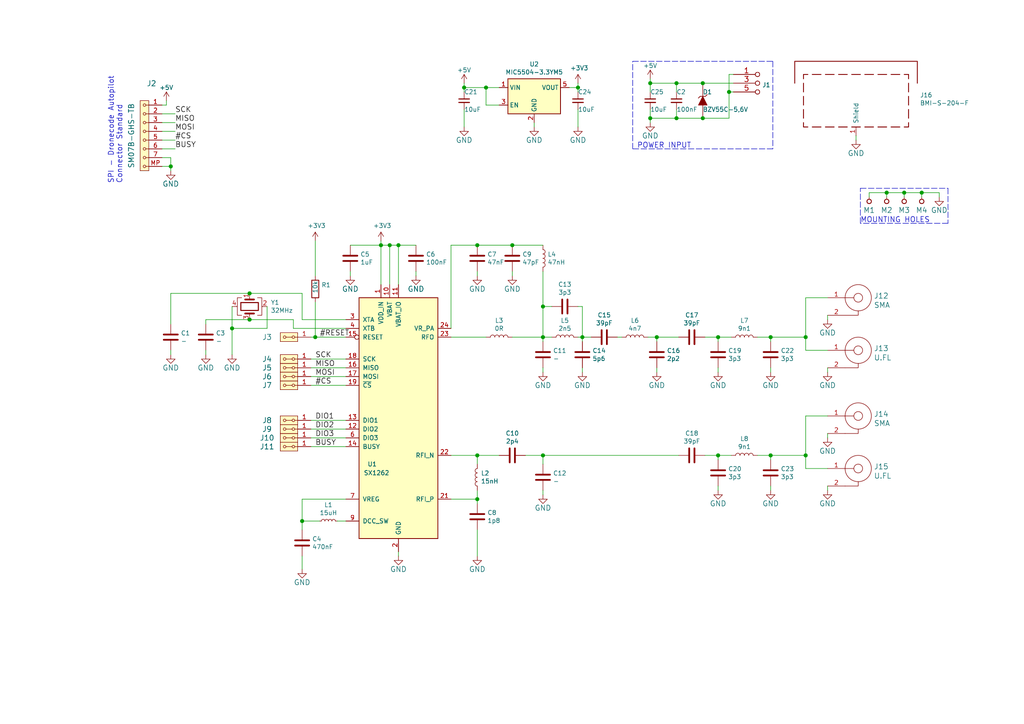
<source format=kicad_sch>
(kicad_sch (version 20210126) (generator eeschema)
  (paper "A4")
  (title_block (title "TFLORA01A") (date "%F") (company "ThunderFly s.r.o.") (comment 2 "LoRa telemetry  module") (comment 3 "info@mlab.cz") (comment 4 "GPL 3.0") (comment 6 "jacho,cernohorsky"))
  (lib_symbols
    (symbol "ISM02A-rescue:C-Device-ISM02A-rescue" (pin_numbers hide) (pin_names (offset 0.254))
      (property "Reference" "C" (at 0.635 2.54 0))
      (property "Value" "C-Device-ISM02A-rescue" (at 0.635 -2.54 0))
      (symbol "C-Device-ISM02A-rescue_1_1"
        (pin passive line (at 0 3.81 270) (length 2.794) (name "~") (number "1"))
        (pin passive line (at 0 -3.81 90) (length 2.794) (name "~") (number "2"))
      )
    )
    (symbol "ISM02A-rescue:C_Small-Device-ISM02A-rescue" (pin_numbers hide) (pin_names (offset 0.254) hide)
      (property "Reference" "C" (at 0.254 1.778 0))
      (property "Value" "C_Small-Device-ISM02A-rescue" (at 0.254 -2.032 0))
      (symbol "C_Small-Device-ISM02A-rescue_1_1"
        (pin passive line (at 0 2.54 270) (length 2.032) (name "~") (number "1"))
        (pin passive line (at 0 -2.54 90) (length 2.032) (name "~") (number "2"))
      )
    )
    (symbol "ISM02A-rescue:Crystal_GND24-Device-ISM02A-rescue" (pin_names (offset 1.016) hide)
      (property "Reference" "Y" (at 3.175 5.08 0))
      (property "Value" "Crystal_GND24-Device-ISM02A-rescue" (at 3.175 3.175 0))
      (symbol "Crystal_GND24-Device-ISM02A-rescue_1_1"
        (pin passive line (at -3.81 0 0) (length 1.27) (name "1") (number "1"))
        (pin passive line (at 0 5.08 270) (length 1.27) (name "2") (number "2"))
        (pin passive line (at 3.81 0 180) (length 1.27) (name "3") (number "3"))
        (pin passive line (at 0 -5.08 90) (length 1.27) (name "4") (number "4"))
      )
    )
    (symbol "ISM02A-rescue:D_ZENER-MLAB_D" (pin_numbers hide) (pin_names (offset 1.016) hide)
      (property "Reference" "D" (at 0 2.54 0))
      (property "Value" "D_ZENER-MLAB_D" (at 0 -2.54 0))
      (symbol "D_ZENER-MLAB_D_1_1"
        (pin passive line (at -5.08 0 0) (length 3.81) (name "K") (number "1"))
        (pin passive line (at 5.08 0 180) (length 3.81) (name "A") (number "2"))
      )
    )
    (symbol "ISM02A-rescue:HEADER_2x01_PARALLEL-MLAB_HEADER" (pin_names (offset 1.016))
      (property "Reference" "J" (at 0 -2.54 0))
      (property "Value" "HEADER_2x01_PARALLEL-MLAB_HEADER" (at 0 2.54 0))
      (symbol "HEADER_2x01_PARALLEL-MLAB_HEADER_1_1"
        (pin input line (at -6.35 0 0) (length 3.81) (name "~") (number "1"))
        (pin input line (at -6.35 0 0) (length 3.81) hide (name "~") (number "2"))
      )
    )
    (symbol "ISM02A-rescue:HOLE-MLAB_MECHANICAL" (pin_numbers hide) (pin_names (offset 1.016) hide)
      (property "Reference" "M" (at 0 2.54 0))
      (property "Value" "HOLE-MLAB_MECHANICAL" (at 0 -2.54 0))
      (symbol "HOLE-MLAB_MECHANICAL_1_1"
        (pin input line (at 1.27 0 180) (length 0.635) (name "~") (number "1"))
      )
    )
    (symbol "ISM02A-rescue:JUMP_3X2-MLAB_Jumpers" (pin_names (offset 1.016) hide)
      (property "Reference" "J" (at -8.89 5.08 0))
      (symbol "JUMP_3X2-MLAB_Jumpers_1_1"
        (pin passive inverted (at -10.16 3.81 0) (length 7.62) (name "2") (number "1"))
        (pin passive inverted (at -10.16 3.81 0) (length 7.62) hide (name "2") (number "2"))
        (pin passive inverted (at -10.16 1.27 0) (length 7.62) (name "4") (number "3"))
        (pin passive inverted (at -10.16 1.27 0) (length 7.62) hide (name "4") (number "4"))
        (pin passive inverted (at -10.16 -1.27 0) (length 7.62) (name "6") (number "5"))
        (pin passive inverted (at -10.16 -1.27 0) (length 7.62) hide (name "6") (number "6"))
      )
    )
    (symbol "ISM02A-rescue:L-Device-ISM02A-rescue" (pin_numbers hide) (pin_names (offset 1.016) hide)
      (property "Reference" "L" (at -1.27 0 90))
      (property "Value" "L-Device-ISM02A-rescue" (at 1.905 0 90))
      (symbol "L-Device-ISM02A-rescue_1_1"
        (pin passive line (at 0 3.81 270) (length 1.27) (name "1") (number "1"))
        (pin passive line (at 0 -3.81 90) (length 1.27) (name "2") (number "2"))
      )
    )
    (symbol "ISM02A-rescue:L_Small-Device-ISM02A-rescue" (pin_numbers hide) (pin_names (offset 0.254) hide)
      (property "Reference" "L" (at 0.762 1.016 0))
      (property "Value" "L_Small-Device-ISM02A-rescue" (at 0.762 -1.016 0))
      (symbol "L_Small-Device-ISM02A-rescue_1_1"
        (pin passive line (at 0 2.54 270) (length 0.508) (name "~") (number "1"))
        (pin passive line (at 0 -2.54 90) (length 0.508) (name "~") (number "2"))
      )
    )
    (symbol "ISM02A-rescue:MIC5504-3.3YM5-Regulator_Linear-ISM02A-rescue"
      (property "Reference" "U" (at -7.62 8.89 0))
      (property "Value" "MIC5504-3.3YM5-Regulator_Linear-ISM02A-rescue" (at -7.62 6.35 0))
      (symbol "MIC5504-3.3YM5-Regulator_Linear-ISM02A-rescue_1_1"
        (pin power_in line (at -10.16 2.54 0) (length 2.54) (name "VIN") (number "1"))
        (pin power_in line (at 0 -7.62 90) (length 2.54) (name "GND") (number "2"))
        (pin input line (at -10.16 -2.54 0) (length 2.54) (name "EN") (number "3"))
        (pin no_connect line (at 7.62 -2.54 180) (length 2.54) hide (name "NC") (number "4"))
        (pin power_out line (at 10.16 2.54 180) (length 2.54) (name "VOUT") (number "5"))
      )
    )
    (symbol "ISM02A-rescue:R-Device-ISM02A-rescue" (pin_numbers hide) (pin_names (offset 0))
      (property "Reference" "R" (at 2.032 0 90))
      (property "Value" "R-Device-ISM02A-rescue" (at 0 0 90))
      (symbol "R-Device-ISM02A-rescue_1_1"
        (pin passive line (at 0 3.81 270) (length 1.27) (name "~") (number "1"))
        (pin passive line (at 0 -3.81 90) (length 1.27) (name "~") (number "2"))
      )
    )
    (symbol "ISM02A-rescue:RF_Shield_Two_Pieces-device" (pin_names (offset 1.016))
      (property "Reference" "J" (at 0 5.08 0))
      (property "Value" "RF_Shield_Two_Pieces-device" (at 0 2.54 0))
      (symbol "RF_Shield_Two_Pieces-device_1_1"
        (pin passive line (at 0 -10.16 90) (length 2.54) (name "Shield") (number "1"))
      )
    )
    (symbol "ISM02A-rescue:SM07B-GHS-TB-MLAB_CONNECTORS_JST-ISM02A-rescue" (pin_names (offset 1.016))
      (property "Reference" "J" (at 0 -11.43 0))
      (property "Value" "SM07B-GHS-TB-MLAB_CONNECTORS_JST-ISM02A-rescue" (at 0 11.43 0))
      (symbol "SM07B-GHS-TB-MLAB_CONNECTORS_JST-ISM02A-rescue_1_1"
        (pin input line (at -5.08 8.89 0) (length 3.81) (name "~") (number "1"))
        (pin input line (at -5.08 6.35 0) (length 3.81) (name "~") (number "2"))
        (pin input line (at -5.08 3.81 0) (length 3.81) (name "~") (number "3"))
        (pin input line (at -5.08 1.27 0) (length 3.81) (name "~") (number "4"))
        (pin input line (at -5.08 -1.27 0) (length 3.81) (name "~") (number "5"))
        (pin input line (at -5.08 -3.81 0) (length 3.81) (name "~") (number "6"))
        (pin input line (at -5.08 -6.35 0) (length 3.81) (name "~") (number "7"))
        (pin input line (at -5.08 -8.89 0) (length 3.81) (name "~") (number "MP"))
      )
    )
    (symbol "ISM02A-rescue:SMA-MLAB_CONNECTORS" (pin_names (offset 1.016))
      (property "Reference" "J" (at 0 5.08 0))
      (property "Value" "SMA-MLAB_CONNECTORS" (at 3.81 -5.08 0))
      (symbol "SMA-MLAB_CONNECTORS_1_1"
        (pin unspecified line (at -8.89 0 0) (length 5.08) (name "~") (number "1"))
        (pin unspecified line (at -8.89 -5.08 0) (length 5.08) (name "~") (number "2"))
      )
    )
    (symbol "ISM02A-rescue:SX1262-MLAB_IO-ISM02A-rescue" (pin_names (offset 1.016))
      (property "Reference" "U" (at -15.24 25.4 0))
      (property "Value" "SX1262-MLAB_IO-ISM02A-rescue" (at -15.24 22.86 0))
      (symbol "SX1262-MLAB_IO-ISM02A-rescue_1_1"
        (pin power_in line (at -5.08 25.4 270) (length 3.81) (name "VDD_IN") (number "1"))
        (pin power_in line (at -2.54 25.4 270) (length 3.81) (name "VBAT") (number "10"))
        (pin power_in line (at 0 25.4 270) (length 3.81) (name "VBAT_IO") (number "11"))
        (pin bidirectional line (at -15.24 -16.51 0) (length 3.81) (name "DIO2") (number "12"))
        (pin bidirectional line (at -15.24 -13.97 0) (length 3.81) (name "DIO1") (number "13"))
        (pin passive line (at -15.24 -21.59 0) (length 3.81) (name "BUSY") (number "14"))
        (pin input inverted (at -15.24 10.16 0) (length 3.81) (name "RESET") (number "15"))
        (pin output line (at -15.24 1.27 0) (length 3.81) (name "MISO") (number "16"))
        (pin input line (at -15.24 -1.27 0) (length 3.81) (name "MOSI") (number "17"))
        (pin input line (at -15.24 3.81 0) (length 3.81) (name "SCK") (number "18"))
        (pin input line (at -15.24 -3.81 0) (length 3.81) (name "~CS~") (number "19"))
        (pin power_in line (at 0 -52.07 90) (length 3.81) (name "GND") (number "2"))
        (pin passive line (at 0 -52.07 90) (length 3.81) hide (name "GND") (number "20"))
        (pin input line (at 15.24 -36.83 180) (length 3.81) (name "RFI_P") (number "21"))
        (pin input line (at 15.24 -24.13 180) (length 3.81) (name "RFI_N") (number "22"))
        (pin output line (at 15.24 10.16 180) (length 3.81) (name "RFO") (number "23"))
        (pin unspecified line (at 15.24 12.7 180) (length 3.81) (name "VR_PA") (number "24"))
        (pin power_in line (at 0 -52.07 90) (length 3.81) hide (name "GND") (number "25"))
        (pin bidirectional line (at -15.24 15.24 0) (length 3.81) (name "XTA") (number "3"))
        (pin bidirectional line (at -15.24 12.7 0) (length 3.81) (name "XTB") (number "4"))
        (pin passive line (at 0 -52.07 90) (length 3.81) hide (name "GND") (number "5"))
        (pin bidirectional line (at -15.24 -19.05 0) (length 3.81) (name "DIO3") (number "6"))
        (pin passive line (at -15.24 -36.83 0) (length 3.81) (name "VREG") (number "7"))
        (pin passive line (at 0 -52.07 90) (length 3.81) hide (name "GND") (number "8"))
        (pin passive line (at -15.24 -43.18 0) (length 3.81) (name "DCC_SW") (number "9"))
      )
    )
    (symbol "power:+3.3V" (power) (pin_names (offset 0))
      (property "Value" "+3.3V" (at 0 3.556 0))
      (symbol "+3.3V_1_1"
        (pin power_in line (at 0 0 90) (length 0) hide (name "+3V3") (number "1"))
      )
    )
    (symbol "power:+5V" (power) (pin_names (offset 0))
      (property "Value" "+5V" (at 0 3.556 0))
      (symbol "+5V_1_1"
        (pin power_in line (at 0 0 90) (length 0) hide (name "+5V") (number "1"))
      )
    )
    (symbol "power:GND" (power) (pin_names (offset 0))
      (property "Value" "GND" (at 0 -3.81 0))
      (symbol "GND_1_1"
        (pin power_in line (at 0 0 270) (length 0) hide (name "GND") (number "1"))
      )
    )
  )
  (junction (at 49.53 48.26) (diameter 1.016))
  (junction (at 67.31 95.25) (diameter 1.016))
  (junction (at 72.39 85.09) (diameter 1.016))
  (junction (at 72.39 92.71) (diameter 1.016))
  (junction (at 87.63 151.13) (diameter 1.016))
  (junction (at 91.44 97.79) (diameter 1.016))
  (junction (at 110.49 71.12) (diameter 1.016))
  (junction (at 113.03 71.12) (diameter 1.016))
  (junction (at 115.57 71.12) (diameter 1.016))
  (junction (at 134.62 25.4) (diameter 1.016))
  (junction (at 138.43 71.12) (diameter 1.016))
  (junction (at 138.43 132.08) (diameter 1.016))
  (junction (at 138.43 144.78) (diameter 1.016))
  (junction (at 140.97 25.4) (diameter 1.016))
  (junction (at 148.59 71.12) (diameter 1.016))
  (junction (at 157.48 88.9) (diameter 1.016))
  (junction (at 157.48 97.79) (diameter 1.016))
  (junction (at 157.48 132.08) (diameter 1.016))
  (junction (at 167.64 25.4) (diameter 1.016))
  (junction (at 168.91 97.79) (diameter 1.016))
  (junction (at 188.595 24.13) (diameter 1.016))
  (junction (at 188.595 34.29) (diameter 1.016))
  (junction (at 190.5 97.79) (diameter 1.016))
  (junction (at 196.215 24.13) (diameter 1.016))
  (junction (at 196.215 34.29) (diameter 1.016))
  (junction (at 203.835 24.13) (diameter 1.016))
  (junction (at 203.835 34.29) (diameter 1.016))
  (junction (at 208.28 97.79) (diameter 1.016))
  (junction (at 208.28 132.08) (diameter 1.016))
  (junction (at 211.455 26.67) (diameter 1.016))
  (junction (at 223.52 97.79) (diameter 1.016))
  (junction (at 223.52 132.08) (diameter 1.016))
  (junction (at 233.68 97.79) (diameter 1.016))
  (junction (at 233.68 132.08) (diameter 1.016))
  (junction (at 257.175 55.88) (diameter 1.016))
  (junction (at 262.255 55.88) (diameter 1.016))
  (junction (at 267.335 55.88) (diameter 1.016))
  (wire (pts (xy 46.99 30.48) (xy 48.26 30.48)))
  (wire (pts (xy 46.99 33.02) (xy 50.8 33.02)))
  (wire (pts (xy 46.99 35.56) (xy 50.8 35.56)))
  (wire (pts (xy 46.99 38.1) (xy 50.8 38.1)))
  (wire (pts (xy 46.99 40.64) (xy 50.8 40.64)))
  (wire (pts (xy 46.99 43.18) (xy 50.8 43.18)))
  (wire (pts (xy 46.99 45.72) (xy 49.53 45.72)))
  (wire (pts (xy 46.99 48.26) (xy 49.53 48.26)))
  (wire (pts (xy 48.26 30.48) (xy 48.26 29.21)))
  (wire (pts (xy 49.53 45.72) (xy 49.53 48.26)))
  (wire (pts (xy 49.53 48.26) (xy 49.53 49.53)))
  (wire (pts (xy 49.53 85.09) (xy 49.53 93.98)))
  (wire (pts (xy 49.53 85.09) (xy 72.39 85.09)))
  (wire (pts (xy 49.53 101.6) (xy 49.53 102.87)))
  (wire (pts (xy 59.69 92.71) (xy 59.69 93.98)))
  (wire (pts (xy 59.69 92.71) (xy 72.39 92.71)))
  (wire (pts (xy 59.69 101.6) (xy 59.69 102.87)))
  (wire (pts (xy 67.31 88.9) (xy 67.31 95.25)))
  (wire (pts (xy 67.31 95.25) (xy 67.31 102.87)))
  (wire (pts (xy 72.39 85.09) (xy 87.63 85.09)))
  (wire (pts (xy 72.39 92.71) (xy 85.09 92.71)))
  (wire (pts (xy 77.47 88.9) (xy 77.47 95.25)))
  (wire (pts (xy 77.47 95.25) (xy 67.31 95.25)))
  (wire (pts (xy 85.09 92.71) (xy 85.09 95.25)))
  (wire (pts (xy 85.09 95.25) (xy 100.33 95.25)))
  (wire (pts (xy 87.63 92.71) (xy 87.63 85.09)))
  (wire (pts (xy 87.63 144.78) (xy 87.63 151.13)))
  (wire (pts (xy 87.63 151.13) (xy 87.63 153.67)))
  (wire (pts (xy 87.63 161.29) (xy 87.63 165.1)))
  (wire (pts (xy 90.17 97.79) (xy 91.44 97.79)))
  (wire (pts (xy 90.17 104.14) (xy 100.33 104.14)))
  (wire (pts (xy 90.17 106.68) (xy 100.33 106.68)))
  (wire (pts (xy 90.17 109.22) (xy 100.33 109.22)))
  (wire (pts (xy 90.17 111.76) (xy 100.33 111.76)))
  (wire (pts (xy 90.17 121.92) (xy 100.33 121.92)))
  (wire (pts (xy 90.17 124.46) (xy 100.33 124.46)))
  (wire (pts (xy 90.17 127) (xy 100.33 127)))
  (wire (pts (xy 90.17 129.54) (xy 100.33 129.54)))
  (wire (pts (xy 91.44 69.85) (xy 91.44 80.01)))
  (wire (pts (xy 91.44 87.63) (xy 91.44 97.79)))
  (wire (pts (xy 91.44 97.79) (xy 100.33 97.79)))
  (wire (pts (xy 92.71 151.13) (xy 87.63 151.13)))
  (wire (pts (xy 100.33 92.71) (xy 87.63 92.71)))
  (wire (pts (xy 100.33 144.78) (xy 87.63 144.78)))
  (wire (pts (xy 100.33 151.13) (xy 97.79 151.13)))
  (wire (pts (xy 101.6 71.12) (xy 110.49 71.12)))
  (wire (pts (xy 101.6 78.74) (xy 101.6 80.01)))
  (wire (pts (xy 110.49 69.85) (xy 110.49 71.12)))
  (wire (pts (xy 110.49 71.12) (xy 110.49 82.55)))
  (wire (pts (xy 110.49 71.12) (xy 113.03 71.12)))
  (wire (pts (xy 113.03 71.12) (xy 113.03 82.55)))
  (wire (pts (xy 113.03 71.12) (xy 115.57 71.12)))
  (wire (pts (xy 115.57 71.12) (xy 115.57 82.55)))
  (wire (pts (xy 115.57 71.12) (xy 120.65 71.12)))
  (wire (pts (xy 115.57 160.02) (xy 115.57 161.29)))
  (wire (pts (xy 120.65 78.74) (xy 120.65 80.01)))
  (wire (pts (xy 130.81 71.12) (xy 138.43 71.12)))
  (wire (pts (xy 130.81 95.25) (xy 130.81 71.12)))
  (wire (pts (xy 130.81 97.79) (xy 140.97 97.79)))
  (wire (pts (xy 130.81 132.08) (xy 138.43 132.08)))
  (wire (pts (xy 130.81 144.78) (xy 138.43 144.78)))
  (wire (pts (xy 134.62 24.13) (xy 134.62 25.4)))
  (wire (pts (xy 134.62 25.4) (xy 134.62 26.67)))
  (wire (pts (xy 134.62 31.75) (xy 134.62 36.83)))
  (wire (pts (xy 138.43 71.12) (xy 148.59 71.12)))
  (wire (pts (xy 138.43 78.74) (xy 138.43 80.01)))
  (wire (pts (xy 138.43 132.08) (xy 144.78 132.08)))
  (wire (pts (xy 138.43 134.62) (xy 138.43 132.08)))
  (wire (pts (xy 138.43 144.78) (xy 138.43 142.24)))
  (wire (pts (xy 138.43 144.78) (xy 138.43 146.05)))
  (wire (pts (xy 138.43 153.67) (xy 138.43 161.29)))
  (wire (pts (xy 140.97 25.4) (xy 134.62 25.4)))
  (wire (pts (xy 140.97 25.4) (xy 144.78 25.4)))
  (wire (pts (xy 140.97 30.48) (xy 140.97 25.4)))
  (wire (pts (xy 144.78 30.48) (xy 140.97 30.48)))
  (wire (pts (xy 148.59 71.12) (xy 157.48 71.12)))
  (wire (pts (xy 148.59 78.74) (xy 148.59 80.01)))
  (wire (pts (xy 152.4 132.08) (xy 157.48 132.08)))
  (wire (pts (xy 154.94 35.56) (xy 154.94 36.83)))
  (wire (pts (xy 157.48 78.74) (xy 157.48 88.9)))
  (wire (pts (xy 157.48 88.9) (xy 157.48 97.79)))
  (wire (pts (xy 157.48 88.9) (xy 160.02 88.9)))
  (wire (pts (xy 157.48 97.79) (xy 148.59 97.79)))
  (wire (pts (xy 157.48 97.79) (xy 157.48 99.06)))
  (wire (pts (xy 157.48 97.79) (xy 160.02 97.79)))
  (wire (pts (xy 157.48 106.68) (xy 157.48 107.95)))
  (wire (pts (xy 157.48 132.08) (xy 157.48 134.62)))
  (wire (pts (xy 157.48 132.08) (xy 196.85 132.08)))
  (wire (pts (xy 157.48 142.24) (xy 157.48 143.51)))
  (wire (pts (xy 165.1 25.4) (xy 167.64 25.4)))
  (wire (pts (xy 167.64 25.4) (xy 167.64 24.13)))
  (wire (pts (xy 167.64 26.67) (xy 167.64 25.4)))
  (wire (pts (xy 167.64 31.75) (xy 167.64 36.83)))
  (wire (pts (xy 167.64 88.9) (xy 168.91 88.9)))
  (wire (pts (xy 167.64 97.79) (xy 168.91 97.79)))
  (wire (pts (xy 168.91 88.9) (xy 168.91 97.79)))
  (wire (pts (xy 168.91 97.79) (xy 168.91 99.06)))
  (wire (pts (xy 168.91 97.79) (xy 171.45 97.79)))
  (wire (pts (xy 168.91 106.68) (xy 168.91 107.95)))
  (wire (pts (xy 179.07 97.79) (xy 180.34 97.79)))
  (wire (pts (xy 187.96 97.79) (xy 190.5 97.79)))
  (wire (pts (xy 188.595 22.86) (xy 188.595 24.13)))
  (wire (pts (xy 188.595 24.13) (xy 188.595 26.67)))
  (wire (pts (xy 188.595 31.75) (xy 188.595 34.29)))
  (wire (pts (xy 188.595 34.29) (xy 188.595 35.56)))
  (wire (pts (xy 190.5 97.79) (xy 196.85 97.79)))
  (wire (pts (xy 190.5 99.06) (xy 190.5 97.79)))
  (wire (pts (xy 190.5 106.68) (xy 190.5 107.95)))
  (wire (pts (xy 196.215 24.13) (xy 188.595 24.13)))
  (wire (pts (xy 196.215 24.13) (xy 196.215 26.67)))
  (wire (pts (xy 196.215 31.75) (xy 196.215 34.29)))
  (wire (pts (xy 196.215 34.29) (xy 188.595 34.29)))
  (wire (pts (xy 196.215 34.29) (xy 203.835 34.29)))
  (wire (pts (xy 203.835 24.13) (xy 196.215 24.13)))
  (wire (pts (xy 203.835 24.13) (xy 212.725 24.13)))
  (wire (pts (xy 203.835 34.29) (xy 211.455 34.29)))
  (wire (pts (xy 204.47 97.79) (xy 208.28 97.79)))
  (wire (pts (xy 204.47 132.08) (xy 208.28 132.08)))
  (wire (pts (xy 208.28 97.79) (xy 212.09 97.79)))
  (wire (pts (xy 208.28 99.06) (xy 208.28 97.79)))
  (wire (pts (xy 208.28 106.68) (xy 208.28 107.95)))
  (wire (pts (xy 208.28 132.08) (xy 212.09 132.08)))
  (wire (pts (xy 208.28 133.35) (xy 208.28 132.08)))
  (wire (pts (xy 208.28 140.97) (xy 208.28 142.24)))
  (wire (pts (xy 211.455 21.59) (xy 211.455 26.67)))
  (wire (pts (xy 211.455 26.67) (xy 211.455 34.29)))
  (wire (pts (xy 212.725 21.59) (xy 211.455 21.59)))
  (wire (pts (xy 212.725 26.67) (xy 211.455 26.67)))
  (wire (pts (xy 219.71 97.79) (xy 223.52 97.79)))
  (wire (pts (xy 219.71 132.08) (xy 223.52 132.08)))
  (wire (pts (xy 223.52 97.79) (xy 223.52 99.06)))
  (wire (pts (xy 223.52 97.79) (xy 233.68 97.79)))
  (wire (pts (xy 223.52 106.68) (xy 223.52 107.95)))
  (wire (pts (xy 223.52 132.08) (xy 223.52 133.35)))
  (wire (pts (xy 223.52 132.08) (xy 233.68 132.08)))
  (wire (pts (xy 223.52 140.97) (xy 223.52 142.24)))
  (wire (pts (xy 233.68 86.36) (xy 240.03 86.36)))
  (wire (pts (xy 233.68 97.79) (xy 233.68 86.36)))
  (wire (pts (xy 233.68 97.79) (xy 233.68 101.6)))
  (wire (pts (xy 233.68 101.6) (xy 240.03 101.6)))
  (wire (pts (xy 233.68 120.65) (xy 240.03 120.65)))
  (wire (pts (xy 233.68 132.08) (xy 233.68 120.65)))
  (wire (pts (xy 233.68 132.08) (xy 233.68 135.89)))
  (wire (pts (xy 233.68 135.89) (xy 240.03 135.89)))
  (wire (pts (xy 240.03 91.44) (xy 240.03 92.71)))
  (wire (pts (xy 240.03 106.68) (xy 240.03 107.95)))
  (wire (pts (xy 240.03 125.73) (xy 240.03 127)))
  (wire (pts (xy 240.03 140.97) (xy 240.03 142.24)))
  (wire (pts (xy 248.285 39.37) (xy 248.285 40.64)))
  (wire (pts (xy 252.095 55.88) (xy 252.095 57.15)))
  (wire (pts (xy 257.175 55.88) (xy 252.095 55.88)))
  (wire (pts (xy 257.175 57.15) (xy 257.175 55.88)))
  (wire (pts (xy 262.255 55.88) (xy 257.175 55.88)))
  (wire (pts (xy 262.255 57.15) (xy 262.255 55.88)))
  (wire (pts (xy 267.335 55.88) (xy 262.255 55.88)))
  (wire (pts (xy 267.335 57.15) (xy 267.335 55.88)))
  (wire (pts (xy 272.415 55.88) (xy 267.335 55.88)))
  (wire (pts (xy 272.415 57.15) (xy 272.415 55.88)))
  (polyline (pts (xy 183.515 17.78) (xy 224.155 17.78)) (stroke (width 0) (type dash)))
  (polyline (pts (xy 183.515 43.18) (xy 183.515 17.78)) (stroke (width 0) (type dash)))
  (polyline (pts (xy 224.155 17.78) (xy 224.155 43.18)) (stroke (width 0) (type dash)))
  (polyline (pts (xy 224.155 43.18) (xy 183.515 43.18)) (stroke (width 0) (type dash)))
  (polyline (pts (xy 249.555 54.61) (xy 274.955 54.61)) (stroke (width 0) (type dash)))
  (polyline (pts (xy 249.555 64.77) (xy 249.555 54.61)) (stroke (width 0) (type dash)))
  (polyline (pts (xy 274.955 54.61) (xy 274.955 64.77)) (stroke (width 0) (type dash)))
  (polyline (pts (xy 274.955 64.77) (xy 249.555 64.77)) (stroke (width 0) (type dash)))
  (text "SPI - Dronecode Autopilot\nConnector Standard" (at 35.56 53.34 90) (effects (font (size 1.524 1.524)) (justify left bottom)))
  (text "POWER INPUT" (at 184.785 43.18 0) (effects (font (size 1.524 1.524)) (justify left bottom)))
  (text "MOUNTING HOLES" (at 249.555 64.77 0) (effects (font (size 1.524 1.524)) (justify left bottom)))
  (label "SCK" (at 50.8 33.02 0) (effects (font (size 1.524 1.524))))
  (label "MISO" (at 50.8 35.56 0) (effects (font (size 1.524 1.524))))
  (label "MOSI" (at 50.8 38.1 0) (effects (font (size 1.524 1.524))))
  (label "#CS" (at 50.8 40.64 0) (effects (font (size 1.524 1.524))))
  (label "BUSY" (at 50.8 43.18 0) (effects (font (size 1.524 1.524))))
  (label "SCK" (at 91.44 104.14 0) (effects (font (size 1.524 1.524))))
  (label "MISO" (at 91.44 106.68 0) (effects (font (size 1.524 1.524))))
  (label "MOSI" (at 91.44 109.22 0) (effects (font (size 1.524 1.524))))
  (label "#CS" (at 91.44 111.76 0) (effects (font (size 1.524 1.524))))
  (label "DIO1" (at 91.44 121.92 0) (effects (font (size 1.524 1.524))))
  (label "DIO2" (at 91.44 124.46 0) (effects (font (size 1.524 1.524))))
  (label "DIO3" (at 91.44 127 0) (effects (font (size 1.524 1.524))))
  (label "BUSY" (at 91.44 129.54 0) (effects (font (size 1.524 1.524))))
  (label "#RESET" (at 92.71 97.79 0) (effects (font (size 1.524 1.524))))
  (symbol (lib_id "ISM02A-rescue:HOLE-MLAB_MECHANICAL") (at 252.095 58.42 90) (unit 1)
    (property "Reference" "M1" (at 252.095 60.96 90) (effects (font (size 1.524 1.524))))
    (property "Value" "HOLE" (effects hide))
    (property "Footprint" "Mlab_Mechanical:MountingHole_3mm" (effects hide))
  )
  (symbol (lib_id "ISM02A-rescue:HOLE-MLAB_MECHANICAL") (at 257.175 58.42 90) (unit 1)
    (property "Reference" "M2" (at 257.175 60.96 90) (effects (font (size 1.524 1.524))))
    (property "Value" "HOLE" (effects hide))
    (property "Footprint" "Mlab_Mechanical:MountingHole_3mm" (effects hide))
  )
  (symbol (lib_id "ISM02A-rescue:HOLE-MLAB_MECHANICAL") (at 262.255 58.42 90) (unit 1)
    (property "Reference" "M3" (at 262.255 60.96 90) (effects (font (size 1.524 1.524))))
    (property "Value" "HOLE" (effects hide))
    (property "Footprint" "Mlab_Mechanical:MountingHole_3mm" (effects hide))
  )
  (symbol (lib_id "ISM02A-rescue:HOLE-MLAB_MECHANICAL") (at 267.335 58.42 90) (unit 1)
    (property "Reference" "M4" (at 267.335 60.96 90) (effects (font (size 1.524 1.524))))
    (property "Value" "HOLE" (effects hide))
    (property "Footprint" "Mlab_Mechanical:MountingHole_3mm" (effects hide))
  )
  (symbol (lib_id "power:+5V") (at 48.26 29.21 0) (unit 1)
    (property "Reference" "#PWR0122" (effects hide))
    (property "Value" "+5V" (at 48.26 25.4 0))
  )
  (symbol (lib_id "power:+3.3V") (at 91.44 69.85 0) (unit 1)
    (property "Reference" "#PWR0113" (effects hide))
    (property "Value" "+3.3V" (at 91.821 65.4558 0))
  )
  (symbol (lib_id "power:+3.3V") (at 110.49 69.85 0) (unit 1)
    (property "Reference" "#PWR0107" (effects hide))
    (property "Value" "+3.3V" (at 110.871 65.4558 0))
  )
  (symbol (lib_id "power:+5V") (at 134.62 24.13 0) (unit 1)
    (property "Reference" "#PWR0102" (effects hide))
    (property "Value" "+5V" (at 134.62 20.32 0))
  )
  (symbol (lib_id "power:+3.3V") (at 167.64 24.13 0) (unit 1)
    (property "Reference" "#PWR0105" (effects hide))
    (property "Value" "+3.3V" (at 168.021 19.7358 0))
  )
  (symbol (lib_id "power:+5V") (at 188.595 22.86 0) (unit 1)
    (property "Reference" "#PWR0101" (effects hide))
    (property "Value" "+5V" (at 188.595 19.05 0))
  )
  (symbol (lib_id "ISM02A-rescue:L_Small-Device-ISM02A-rescue") (at 95.25 151.13 90) (unit 1)
    (property "Reference" "L1" (at 95.25 146.431 90))
    (property "Value" "15uH" (at 95.25 148.7424 90))
    (property "Footprint" "Mlab_R:SMD-0805" (effects hide))
    (property "MFPN" "MLZ2012M150W 0805" (effects hide))
    (property "UST_ID" "5dad55e8128750448eca1941" (effects hide))
  )
  (symbol (lib_id "power:GND") (at 49.53 49.53 0) (unit 1)
    (property "Reference" "#PWR0121" (effects hide))
    (property "Value" "GND" (at 49.53 53.34 0) (effects (font (size 1.524 1.524))))
  )
  (symbol (lib_id "power:GND") (at 49.53 102.87 0) (unit 1)
    (property "Reference" "#PWR0108" (effects hide))
    (property "Value" "GND" (at 49.53 106.68 0) (effects (font (size 1.524 1.524))))
  )
  (symbol (lib_id "power:GND") (at 59.69 102.87 0) (unit 1)
    (property "Reference" "#PWR0109" (effects hide))
    (property "Value" "GND" (at 59.69 106.68 0) (effects (font (size 1.524 1.524))))
  )
  (symbol (lib_id "power:GND") (at 67.31 102.87 0) (unit 1)
    (property "Reference" "#PWR0132" (effects hide))
    (property "Value" "GND" (at 67.31 106.68 0) (effects (font (size 1.524 1.524))))
  )
  (symbol (lib_id "power:GND") (at 87.63 165.1 0) (unit 1)
    (property "Reference" "#PWR0111" (effects hide))
    (property "Value" "GND" (at 87.63 168.91 0) (effects (font (size 1.524 1.524))))
  )
  (symbol (lib_id "power:GND") (at 101.6 80.01 0) (unit 1)
    (property "Reference" "#PWR0106" (effects hide))
    (property "Value" "GND" (at 101.6 83.82 0) (effects (font (size 1.524 1.524))))
  )
  (symbol (lib_id "power:GND") (at 115.57 161.29 0) (unit 1)
    (property "Reference" "#PWR0112" (effects hide))
    (property "Value" "GND" (at 115.57 165.1 0) (effects (font (size 1.524 1.524))))
  )
  (symbol (lib_id "power:GND") (at 120.65 80.01 0) (unit 1)
    (property "Reference" "#PWR0110" (effects hide))
    (property "Value" "GND" (at 120.65 83.82 0) (effects (font (size 1.524 1.524))))
  )
  (symbol (lib_id "power:GND") (at 134.62 36.83 0) (unit 1)
    (property "Reference" "#PWR0123" (effects hide))
    (property "Value" "GND" (at 134.62 40.64 0) (effects (font (size 1.524 1.524))))
  )
  (symbol (lib_id "power:GND") (at 138.43 80.01 0) (unit 1)
    (property "Reference" "#PWR0114" (effects hide))
    (property "Value" "GND" (at 138.43 83.82 0) (effects (font (size 1.524 1.524))))
  )
  (symbol (lib_id "power:GND") (at 138.43 161.29 0) (unit 1)
    (property "Reference" "#PWR0119" (effects hide))
    (property "Value" "GND" (at 138.43 165.1 0) (effects (font (size 1.524 1.524))))
  )
  (symbol (lib_id "power:GND") (at 148.59 80.01 0) (unit 1)
    (property "Reference" "#PWR0115" (effects hide))
    (property "Value" "GND" (at 148.59 83.82 0) (effects (font (size 1.524 1.524))))
  )
  (symbol (lib_id "power:GND") (at 154.94 36.83 0) (unit 1)
    (property "Reference" "#PWR0103" (effects hide))
    (property "Value" "GND" (at 154.94 40.64 0) (effects (font (size 1.524 1.524))))
  )
  (symbol (lib_id "power:GND") (at 157.48 107.95 0) (unit 1)
    (property "Reference" "#PWR0116" (effects hide))
    (property "Value" "GND" (at 157.48 111.76 0) (effects (font (size 1.524 1.524))))
  )
  (symbol (lib_id "power:GND") (at 157.48 143.51 0) (unit 1)
    (property "Reference" "#PWR0120" (effects hide))
    (property "Value" "GND" (at 157.48 147.32 0) (effects (font (size 1.524 1.524))))
  )
  (symbol (lib_id "power:GND") (at 167.64 36.83 0) (unit 1)
    (property "Reference" "#PWR0104" (effects hide))
    (property "Value" "GND" (at 167.64 40.64 0) (effects (font (size 1.524 1.524))))
  )
  (symbol (lib_id "power:GND") (at 168.91 107.95 0) (unit 1)
    (property "Reference" "#PWR0117" (effects hide))
    (property "Value" "GND" (at 168.91 111.76 0) (effects (font (size 1.524 1.524))))
  )
  (symbol (lib_id "power:GND") (at 188.595 35.56 0) (unit 1)
    (property "Reference" "#PWR02" (effects hide))
    (property "Value" "GND" (at 188.595 39.37 0) (effects (font (size 1.524 1.524))))
  )
  (symbol (lib_id "power:GND") (at 190.5 107.95 0) (unit 1)
    (property "Reference" "#PWR0118" (effects hide))
    (property "Value" "GND" (at 190.5 111.76 0) (effects (font (size 1.524 1.524))))
  )
  (symbol (lib_id "power:GND") (at 208.28 107.95 0) (unit 1)
    (property "Reference" "#PWR0124" (effects hide))
    (property "Value" "GND" (at 208.28 111.76 0) (effects (font (size 1.524 1.524))))
  )
  (symbol (lib_id "power:GND") (at 208.28 142.24 0) (unit 1)
    (property "Reference" "#PWR0128" (effects hide))
    (property "Value" "GND" (at 208.28 146.05 0) (effects (font (size 1.524 1.524))))
  )
  (symbol (lib_id "power:GND") (at 223.52 107.95 0) (unit 1)
    (property "Reference" "#PWR0125" (effects hide))
    (property "Value" "GND" (at 223.52 111.76 0) (effects (font (size 1.524 1.524))))
  )
  (symbol (lib_id "power:GND") (at 223.52 142.24 0) (unit 1)
    (property "Reference" "#PWR0129" (effects hide))
    (property "Value" "GND" (at 223.52 146.05 0) (effects (font (size 1.524 1.524))))
  )
  (symbol (lib_id "power:GND") (at 240.03 92.71 0) (unit 1)
    (property "Reference" "#PWR0126" (effects hide))
    (property "Value" "GND" (at 240.03 96.52 0) (effects (font (size 1.524 1.524))))
  )
  (symbol (lib_id "power:GND") (at 240.03 107.95 0) (unit 1)
    (property "Reference" "#PWR0127" (effects hide))
    (property "Value" "GND" (at 240.03 111.76 0) (effects (font (size 1.524 1.524))))
  )
  (symbol (lib_id "power:GND") (at 240.03 127 0) (unit 1)
    (property "Reference" "#PWR0130" (effects hide))
    (property "Value" "GND" (at 240.03 130.81 0) (effects (font (size 1.524 1.524))))
  )
  (symbol (lib_id "power:GND") (at 240.03 142.24 0) (unit 1)
    (property "Reference" "#PWR0131" (effects hide))
    (property "Value" "GND" (at 240.03 146.05 0) (effects (font (size 1.524 1.524))))
  )
  (symbol (lib_id "power:GND") (at 248.285 40.64 0) (unit 1)
    (property "Reference" "#PWR0133" (effects hide))
    (property "Value" "GND" (at 248.285 44.45 0) (effects (font (size 1.524 1.524))))
  )
  (symbol (lib_id "power:GND") (at 272.415 57.15 0) (unit 1)
    (property "Reference" "#PWR03" (effects hide))
    (property "Value" "GND" (at 272.415 60.96 0) (effects (font (size 1.524 1.524))))
  )
  (symbol (lib_id "ISM02A-rescue:L-Device-ISM02A-rescue") (at 138.43 138.43 180) (unit 1)
    (property "Reference" "L2" (at 139.4714 137.2616 0) (effects (justify right)))
    (property "Value" "15nH" (at 139.4714 139.573 0) (effects (justify right)))
    (property "Footprint" "Inductor_SMD:L_0402_1005Metric" (effects hide))
    (property "MFPN" "LQW15AN15NH00D" (effects hide))
    (property "UST_ID" "5dad566c128750448eca1959" (effects hide))
  )
  (symbol (lib_id "ISM02A-rescue:L-Device-ISM02A-rescue") (at 144.78 97.79 90) (unit 1)
    (property "Reference" "L3" (at 144.78 92.964 90))
    (property "Value" "0R" (at 144.78 95.2754 90))
    (property "Footprint" "Inductor_SMD:L_0402_1005Metric" (effects hide))
    (property "UST_ID" "5c70984512875079b91f8949" (effects hide))
  )
  (symbol (lib_id "ISM02A-rescue:L-Device-ISM02A-rescue") (at 157.48 74.93 0) (unit 1)
    (property "Reference" "L4" (at 158.8262 73.7616 0) (effects (justify left)))
    (property "Value" "47nH" (at 158.8262 76.073 0) (effects (justify left)))
    (property "Footprint" "Inductor_SMD:L_0402_1005Metric" (effects hide))
    (property "MFPN" "LQW15AN47NJ00D" (effects hide))
    (property "UST_ID" "5dad56ba128750448eca1968" (effects hide))
  )
  (symbol (lib_id "ISM02A-rescue:L-Device-ISM02A-rescue") (at 163.83 97.79 90) (unit 1)
    (property "Reference" "L5" (at 163.83 92.964 90))
    (property "Value" "2n5" (at 163.83 95.2754 90))
    (property "Footprint" "Inductor_SMD:L_0402_1005Metric" (effects hide))
    (property "MFPN" "LQW15AN2N5C00D" (effects hide))
    (property "UST_ID" "5dad56ff128750448eca1975" (effects hide))
  )
  (symbol (lib_id "ISM02A-rescue:L-Device-ISM02A-rescue") (at 184.15 97.79 90) (unit 1)
    (property "Reference" "L6" (at 184.15 92.964 90))
    (property "Value" "4n7" (at 184.15 95.2754 90))
    (property "Footprint" "Inductor_SMD:L_0402_1005Metric" (effects hide))
    (property "MFPN" "LQW15AN4N7C00D" (effects hide))
    (property "UST_ID" "5dad574f128750448eca1986" (effects hide))
  )
  (symbol (lib_id "ISM02A-rescue:L-Device-ISM02A-rescue") (at 215.9 97.79 90) (unit 1)
    (property "Reference" "L7" (at 215.9 92.964 90))
    (property "Value" "9n1" (at 215.9 95.2754 90))
    (property "Footprint" "Inductor_SMD:L_0402_1005Metric" (effects hide))
    (property "MFPN" "LQW15AN9N1H00D" (effects hide))
    (property "UST_ID" "5dad5789128750448eca1995" (effects hide))
  )
  (symbol (lib_id "ISM02A-rescue:L-Device-ISM02A-rescue") (at 215.9 132.08 90) (unit 1)
    (property "Reference" "L8" (at 215.9 127.254 90))
    (property "Value" "9n1" (at 215.9 129.5654 90))
    (property "Footprint" "Inductor_SMD:L_0402_1005Metric" (effects hide))
    (property "MFPN" "LQW15AN9N1H00D" (effects hide))
    (property "UST_ID" "5dad5789128750448eca1995" (effects hide))
  )
  (symbol (lib_id "ISM02A-rescue:R-Device-ISM02A-rescue") (at 91.44 83.82 0) (unit 1)
    (property "Reference" "R1" (at 93.218 82.6516 0) (effects (justify left)))
    (property "Value" "10k" (at 91.44 85.09 90) (effects (justify left)))
    (property "Footprint" "Mlab_R:SMD-0805" (effects hide))
    (property "UST_ID" "5c70984612875079b91f899f" (effects hide))
  )
  (symbol (lib_id "ISM02A-rescue:C_Small-Device-ISM02A-rescue") (at 134.62 29.21 0) (unit 1)
    (property "Reference" "C21" (at 134.62 26.67 0) (effects (justify left)))
    (property "Value" "10uF" (at 134.62 31.75 0) (effects (justify left)))
    (property "Footprint" "Mlab_R:SMD-0805" (effects hide))
    (property "UST_ID" "5c70984812875079b91f8bbe" (effects hide))
  )
  (symbol (lib_id "ISM02A-rescue:C_Small-Device-ISM02A-rescue") (at 167.64 29.21 0) (unit 1)
    (property "Reference" "C24" (at 167.64 26.67 0) (effects (justify left)))
    (property "Value" "10uF" (at 167.64 31.75 0) (effects (justify left)))
    (property "Footprint" "Mlab_R:SMD-0805" (effects hide))
    (property "UST_ID" "5c70984812875079b91f8bbe" (effects hide))
  )
  (symbol (lib_id "ISM02A-rescue:C_Small-Device-ISM02A-rescue") (at 188.595 29.21 0) (unit 1)
    (property "Reference" "C25" (at 188.595 26.67 0) (effects (justify left)))
    (property "Value" "10uF" (at 188.595 31.75 0) (effects (justify left)))
    (property "Footprint" "Mlab_R:SMD-0805" (effects hide))
    (property "UST_ID" "5c70984812875079b91f8bbe" (effects hide))
  )
  (symbol (lib_id "ISM02A-rescue:C_Small-Device-ISM02A-rescue") (at 196.215 29.21 0) (unit 1)
    (property "Reference" "C2" (at 196.215 26.67 0) (effects (justify left)))
    (property "Value" "100nF" (at 196.215 31.75 0) (effects (justify left)))
    (property "Footprint" "Capacitor_SMD:C_0603_1608Metric_Pad1.05x0.95mm_HandSolder" (effects hide))
    (property "UST_id" "C0805_100n" (effects hide))
    (property "UST_ID" "5c70984812875079b91f8bf2" (effects hide))
  )
  (symbol (lib_id "ISM02A-rescue:HEADER_2x01_PARALLEL-MLAB_HEADER") (at 83.82 97.79 180) (unit 1)
    (property "Reference" "J3" (at 77.47 97.79 0) (effects (font (size 1.524 1.524))))
    (property "Value" "HEADER_2x01_PARALLEL" (effects hide))
    (property "Footprint" "Mlab_Pin_Headers:Straight_2x01" (effects hide))
  )
  (symbol (lib_id "ISM02A-rescue:HEADER_2x01_PARALLEL-MLAB_HEADER") (at 83.82 104.14 180) (unit 1)
    (property "Reference" "J4" (at 77.47 104.14 0) (effects (font (size 1.524 1.524))))
    (property "Value" "HEADER_2x01_PARALLEL" (effects hide))
    (property "Footprint" "Mlab_Pin_Headers:Straight_2x01" (effects hide))
  )
  (symbol (lib_id "ISM02A-rescue:HEADER_2x01_PARALLEL-MLAB_HEADER") (at 83.82 106.68 180) (unit 1)
    (property "Reference" "J5" (at 77.47 106.68 0) (effects (font (size 1.524 1.524))))
    (property "Value" "HEADER_2x01_PARALLEL" (effects hide))
    (property "Footprint" "Mlab_Pin_Headers:Straight_2x01" (effects hide))
  )
  (symbol (lib_id "ISM02A-rescue:HEADER_2x01_PARALLEL-MLAB_HEADER") (at 83.82 109.22 180) (unit 1)
    (property "Reference" "J6" (at 77.47 109.22 0) (effects (font (size 1.524 1.524))))
    (property "Value" "HEADER_2x01_PARALLEL" (effects hide))
    (property "Footprint" "Mlab_Pin_Headers:Straight_2x01" (effects hide))
  )
  (symbol (lib_id "ISM02A-rescue:HEADER_2x01_PARALLEL-MLAB_HEADER") (at 83.82 111.76 180) (unit 1)
    (property "Reference" "J7" (at 77.47 111.76 0) (effects (font (size 1.524 1.524))))
    (property "Value" "HEADER_2x01_PARALLEL" (effects hide))
    (property "Footprint" "Mlab_Pin_Headers:Straight_2x01" (effects hide))
  )
  (symbol (lib_id "ISM02A-rescue:HEADER_2x01_PARALLEL-MLAB_HEADER") (at 83.82 121.92 180) (unit 1)
    (property "Reference" "J8" (at 77.47 121.92 0) (effects (font (size 1.524 1.524))))
    (property "Value" "HEADER_2x01_PARALLEL" (effects hide))
    (property "Footprint" "Mlab_Pin_Headers:Straight_2x01" (effects hide))
  )
  (symbol (lib_id "ISM02A-rescue:HEADER_2x01_PARALLEL-MLAB_HEADER") (at 83.82 124.46 180) (unit 1)
    (property "Reference" "J9" (at 77.47 124.46 0) (effects (font (size 1.524 1.524))))
    (property "Value" "HEADER_2x01_PARALLEL" (effects hide))
    (property "Footprint" "Mlab_Pin_Headers:Straight_2x01" (effects hide))
  )
  (symbol (lib_id "ISM02A-rescue:HEADER_2x01_PARALLEL-MLAB_HEADER") (at 83.82 127 180) (unit 1)
    (property "Reference" "J10" (at 77.47 127 0) (effects (font (size 1.524 1.524))))
    (property "Value" "HEADER_2x01_PARALLEL" (effects hide))
    (property "Footprint" "Mlab_Pin_Headers:Straight_2x01" (effects hide))
  )
  (symbol (lib_id "ISM02A-rescue:HEADER_2x01_PARALLEL-MLAB_HEADER") (at 83.82 129.54 180) (unit 1)
    (property "Reference" "J11" (at 77.47 129.54 0) (effects (font (size 1.524 1.524))))
    (property "Value" "HEADER_2x01_PARALLEL" (effects hide))
    (property "Footprint" "Mlab_Pin_Headers:Straight_2x01" (effects hide))
  )
  (symbol (lib_id "ISM02A-rescue:D_ZENER-MLAB_D") (at 203.835 29.21 270) (unit 1)
    (property "Reference" "D1" (at 203.835 26.67 90) (effects (justify left)))
    (property "Value" "BZV55C-5,6V" (at 203.835 31.75 90) (effects (justify left)))
    (property "Footprint" "Mlab_D:Diode-MiniMELF_Standard" (effects hide))
    (property "UST_ID" "5c70984512875079b91f88b2" (effects hide))
  )
  (symbol (lib_id "ISM02A-rescue:C-Device-ISM02A-rescue") (at 49.53 97.79 0) (unit 1)
    (property "Reference" "C1" (at 52.451 96.6216 0) (effects (justify left)))
    (property "Value" "-" (at 52.451 98.933 0) (effects (justify left)))
    (property "Footprint" "Capacitor_SMD:C_0603_1608Metric_Pad1.05x0.95mm_HandSolder" (effects hide))
  )
  (symbol (lib_id "ISM02A-rescue:C-Device-ISM02A-rescue") (at 59.69 97.79 0) (unit 1)
    (property "Reference" "C3" (at 62.611 96.6216 0) (effects (justify left)))
    (property "Value" "-" (at 62.611 98.933 0) (effects (justify left)))
    (property "Footprint" "Capacitor_SMD:C_0603_1608Metric_Pad1.05x0.95mm_HandSolder" (effects hide))
  )
  (symbol (lib_id "ISM02A-rescue:C-Device-ISM02A-rescue") (at 87.63 157.48 0) (unit 1)
    (property "Reference" "C4" (at 90.551 156.3116 0) (effects (justify left)))
    (property "Value" "470nF" (at 90.551 158.623 0) (effects (justify left)))
    (property "Footprint" "Capacitor_SMD:C_0603_1608Metric_Pad1.05x0.95mm_HandSolder" (effects hide))
    (property "MFPN" "X5R 10% 10V" (effects hide))
    (property "UST_ID" "5dad50c1128750448eca18c6" (effects hide))
  )
  (symbol (lib_id "ISM02A-rescue:C-Device-ISM02A-rescue") (at 101.6 74.93 0) (unit 1)
    (property "Reference" "C5" (at 104.521 73.7616 0) (effects (justify left)))
    (property "Value" "1uF" (at 104.521 76.073 0) (effects (justify left)))
    (property "Footprint" "Capacitor_SMD:C_0603_1608Metric_Pad1.05x0.95mm_HandSolder" (effects hide))
    (property "UST_ID" "5c70984812875079b91f8bc2" (effects hide))
  )
  (symbol (lib_id "ISM02A-rescue:C-Device-ISM02A-rescue") (at 120.65 74.93 0) (unit 1)
    (property "Reference" "C6" (at 123.571 73.7616 0) (effects (justify left)))
    (property "Value" "100nF" (at 123.571 76.073 0) (effects (justify left)))
    (property "Footprint" "Capacitor_SMD:C_0603_1608Metric_Pad1.05x0.95mm_HandSolder" (effects hide))
    (property "UST_ID" "5c70984812875079b91f8bf2" (effects hide))
  )
  (symbol (lib_id "ISM02A-rescue:C-Device-ISM02A-rescue") (at 138.43 74.93 0) (unit 1)
    (property "Reference" "C7" (at 141.351 73.7616 0) (effects (justify left)))
    (property "Value" "47nF" (at 141.351 76.073 0) (effects (justify left)))
    (property "Footprint" "Capacitor_SMD:C_0603_1608Metric_Pad1.05x0.95mm_HandSolder" (effects hide))
    (property "MFPN" "X7R 1% 16V" (effects hide))
    (property "UST_ID" "5dad51cf128750448eca18d8" (effects hide))
  )
  (symbol (lib_id "ISM02A-rescue:C-Device-ISM02A-rescue") (at 138.43 149.86 0) (unit 1)
    (property "Reference" "C8" (at 141.351 148.6916 0) (effects (justify left)))
    (property "Value" "1p8" (at 141.351 151.003 0) (effects (justify left)))
    (property "Footprint" "Capacitor_SMD:C_0603_1608Metric_Pad1.05x0.95mm_HandSolder" (effects hide))
    (property "MFPN" "C0G 0,1pF 50V" (effects hide))
    (property "UST_ID" "5dad52a4128750448eca18e8" (effects hide))
  )
  (symbol (lib_id "ISM02A-rescue:C-Device-ISM02A-rescue") (at 148.59 74.93 0) (unit 1)
    (property "Reference" "C9" (at 151.511 73.7616 0) (effects (justify left)))
    (property "Value" "47pF" (at 151.511 76.073 0) (effects (justify left)))
    (property "Footprint" "Capacitor_SMD:C_0603_1608Metric_Pad1.05x0.95mm_HandSolder" (effects hide))
    (property "MFPN" "C0G 5% 50V" (effects hide))
    (property "UST_ID" "5dad5314128750448eca18f7" (effects hide))
  )
  (symbol (lib_id "ISM02A-rescue:C-Device-ISM02A-rescue") (at 148.59 132.08 270) (unit 1)
    (property "Reference" "C10" (at 148.59 125.6792 90))
    (property "Value" "2p4" (at 148.59 127.9906 90))
    (property "Footprint" "Capacitor_SMD:C_0603_1608Metric_Pad1.05x0.95mm_HandSolder" (effects hide))
    (property "MFPN" "C0G 0,1pF 50V" (effects hide))
    (property "UST_ID" "5dad53d8128750448eca1906" (effects hide))
  )
  (symbol (lib_id "ISM02A-rescue:C-Device-ISM02A-rescue") (at 157.48 102.87 0) (unit 1)
    (property "Reference" "C11" (at 160.401 101.7016 0) (effects (justify left)))
    (property "Value" "-" (at 160.401 104.013 0) (effects (justify left)))
    (property "Footprint" "Capacitor_SMD:C_0603_1608Metric_Pad1.05x0.95mm_HandSolder" (effects hide))
  )
  (symbol (lib_id "ISM02A-rescue:C-Device-ISM02A-rescue") (at 157.48 138.43 0) (unit 1)
    (property "Reference" "C12" (at 160.401 137.2616 0) (effects (justify left)))
    (property "Value" "-" (at 160.401 139.573 0) (effects (justify left)))
    (property "Footprint" "Capacitor_SMD:C_0603_1608Metric_Pad1.05x0.95mm_HandSolder" (effects hide))
  )
  (symbol (lib_id "ISM02A-rescue:C-Device-ISM02A-rescue") (at 163.83 88.9 270) (unit 1)
    (property "Reference" "C13" (at 163.83 82.4992 90))
    (property "Value" "3p3" (at 163.83 84.8106 90))
    (property "Footprint" "Capacitor_SMD:C_0603_1608Metric_Pad1.05x0.95mm_HandSolder" (effects hide))
    (property "MFPN" "C0G 0,1pF 50V" (effects hide))
    (property "UST_ID" "5cd09016128750448e45434f" (effects hide))
  )
  (symbol (lib_id "ISM02A-rescue:C-Device-ISM02A-rescue") (at 168.91 102.87 0) (unit 1)
    (property "Reference" "C14" (at 171.831 101.7016 0) (effects (justify left)))
    (property "Value" "5p6" (at 171.831 104.013 0) (effects (justify left)))
    (property "Footprint" "Capacitor_SMD:C_0603_1608Metric_Pad1.05x0.95mm_HandSolder" (effects hide))
    (property "MFPN" "C0G 0,25pF 50V" (effects hide))
    (property "UST_ID" "5dad5450128750448eca1919" (effects hide))
  )
  (symbol (lib_id "ISM02A-rescue:C-Device-ISM02A-rescue") (at 175.26 97.79 270) (unit 1)
    (property "Reference" "C15" (at 175.26 91.3892 90))
    (property "Value" "39pF" (at 175.26 93.7006 90))
    (property "Footprint" "Capacitor_SMD:C_0603_1608Metric_Pad1.05x0.95mm_HandSolder" (effects hide))
    (property "MFPN" "C0G 5% 50V" (effects hide))
    (property "UST_ID" "5dad549f128750448eca1926" (effects hide))
  )
  (symbol (lib_id "ISM02A-rescue:C-Device-ISM02A-rescue") (at 190.5 102.87 0) (unit 1)
    (property "Reference" "C16" (at 193.421 101.7016 0) (effects (justify left)))
    (property "Value" "2p2" (at 193.421 104.013 0) (effects (justify left)))
    (property "Footprint" "Capacitor_SMD:C_0603_1608Metric_Pad1.05x0.95mm_HandSolder" (effects hide))
    (property "MFPN" "C0G 0,1pF 50V" (effects hide))
    (property "UST_ID" "5c70984812875079b91f8bdd" (effects hide))
  )
  (symbol (lib_id "ISM02A-rescue:C-Device-ISM02A-rescue") (at 200.66 97.79 270) (unit 1)
    (property "Reference" "C17" (at 200.66 91.3892 90))
    (property "Value" "39pF" (at 200.66 93.7006 90))
    (property "Footprint" "Capacitor_SMD:C_0603_1608Metric_Pad1.05x0.95mm_HandSolder" (effects hide))
    (property "MFPN" "C0G 5% 50V" (effects hide))
    (property "UST_ID" "5dad549f128750448eca1926" (effects hide))
  )
  (symbol (lib_id "ISM02A-rescue:C-Device-ISM02A-rescue") (at 200.66 132.08 270) (unit 1)
    (property "Reference" "C18" (at 200.66 125.6792 90))
    (property "Value" "39pF" (at 200.66 127.9906 90))
    (property "Footprint" "Capacitor_SMD:C_0603_1608Metric_Pad1.05x0.95mm_HandSolder" (effects hide))
    (property "MFPN" "C0G 5% 50V" (effects hide))
    (property "UST_ID" "5dad549f128750448eca1926" (effects hide))
  )
  (symbol (lib_id "ISM02A-rescue:C-Device-ISM02A-rescue") (at 208.28 102.87 180) (unit 1)
    (property "Reference" "C19" (at 211.201 101.7016 0) (effects (justify right)))
    (property "Value" "3p3" (at 211.201 104.013 0) (effects (justify right)))
    (property "Footprint" "Capacitor_SMD:C_0603_1608Metric_Pad1.05x0.95mm_HandSolder" (effects hide))
    (property "MFPN" "C0G 0,1pF 50V" (effects hide))
    (property "UST_ID" "5cd09016128750448e45434f" (effects hide))
  )
  (symbol (lib_id "ISM02A-rescue:C-Device-ISM02A-rescue") (at 208.28 137.16 180) (unit 1)
    (property "Reference" "C20" (at 211.201 135.9916 0) (effects (justify right)))
    (property "Value" "3p3" (at 211.201 138.303 0) (effects (justify right)))
    (property "Footprint" "Capacitor_SMD:C_0603_1608Metric_Pad1.05x0.95mm_HandSolder" (effects hide))
    (property "MFPN" "C0G 0,1pF 50V" (effects hide))
    (property "UST_ID" "5cd09016128750448e45434f" (effects hide))
  )
  (symbol (lib_id "ISM02A-rescue:C-Device-ISM02A-rescue") (at 223.52 102.87 180) (unit 1)
    (property "Reference" "C22" (at 226.441 101.7016 0) (effects (justify right)))
    (property "Value" "3p3" (at 226.441 104.013 0) (effects (justify right)))
    (property "Footprint" "Capacitor_SMD:C_0603_1608Metric_Pad1.05x0.95mm_HandSolder" (effects hide))
    (property "MFPN" "C0G 0,1pF 50V" (effects hide))
    (property "UST_ID" "5cd09016128750448e45434f" (effects hide))
  )
  (symbol (lib_id "ISM02A-rescue:C-Device-ISM02A-rescue") (at 223.52 137.16 180) (unit 1)
    (property "Reference" "C23" (at 226.441 135.9916 0) (effects (justify right)))
    (property "Value" "3p3" (at 226.441 138.303 0) (effects (justify right)))
    (property "Footprint" "Capacitor_SMD:C_0603_1608Metric_Pad1.05x0.95mm_HandSolder" (effects hide))
    (property "MFPN" "C0G 0,1pF 50V" (effects hide))
    (property "UST_ID" "5cd09016128750448e45434f" (effects hide))
  )
  (symbol (lib_id "ISM02A-rescue:JUMP_3X2-MLAB_Jumpers") (at 222.885 25.4 0) (unit 1)
    (property "Reference" "J1" (at 221.0816 24.638 0) (effects (justify left)))
    (property "Value" "JUMP_3X2" (effects hide))
    (property "Footprint" "Mlab_Pin_Headers:Straight_2x03" (effects hide))
  )
  (symbol (lib_id "ISM02A-rescue:Crystal_GND24-Device-ISM02A-rescue") (at 72.39 88.9 270) (unit 1)
    (property "Reference" "Y1" (at 78.5114 87.7316 90) (effects (justify left)))
    (property "Value" "32MHz" (at 78.5114 90.043 90) (effects (justify left)))
    (property "Footprint" "Mlab_XTAL:Crystal_SMD_NX2016SA" (effects hide))
    (property "MFPN" "NX2016SA-32M-EXS00A-CS06465" (effects hide))
    (property "UST_ID" "5dad592b128750448eca19b2" (effects hide))
  )
  (symbol (lib_id "ISM02A-rescue:SMA-MLAB_CONNECTORS") (at 248.92 86.36 0) (unit 1)
    (property "Reference" "J12" (at 253.4412 85.8012 0) (effects (font (size 1.524 1.524)) (justify left)))
    (property "Value" "SMA" (at 253.4412 88.4936 0) (effects (font (size 1.524 1.524)) (justify left)))
    (property "Footprint" "Mlab_CON:SMA6251A13G50" (effects hide))
    (property "UST_ID" "5c70984412875079b91f87ac" (effects hide))
  )
  (symbol (lib_id "ISM02A-rescue:SMA-MLAB_CONNECTORS") (at 248.92 101.6 0) (unit 1)
    (property "Reference" "J13" (at 253.4412 101.0412 0) (effects (font (size 1.524 1.524)) (justify left)))
    (property "Value" "U.FL" (at 253.4412 103.7336 0) (effects (font (size 1.524 1.524)) (justify left)))
    (property "Footprint" "Connector_Coaxial:U.FL_Hirose_U.FL-R-SMT-1_Vertical" (effects hide))
  )
  (symbol (lib_id "ISM02A-rescue:SMA-MLAB_CONNECTORS") (at 248.92 120.65 0) (unit 1)
    (property "Reference" "J14" (at 253.4412 120.0912 0) (effects (font (size 1.524 1.524)) (justify left)))
    (property "Value" "SMA" (at 253.4412 122.7836 0) (effects (font (size 1.524 1.524)) (justify left)))
    (property "Footprint" "Mlab_CON:SMA6251A13G50" (effects hide))
    (property "UST_ID" "5c70984412875079b91f87ac" (effects hide))
  )
  (symbol (lib_id "ISM02A-rescue:SMA-MLAB_CONNECTORS") (at 248.92 135.89 0) (unit 1)
    (property "Reference" "J15" (at 253.4412 135.3312 0) (effects (font (size 1.524 1.524)) (justify left)))
    (property "Value" "U.FL" (at 253.4412 138.0236 0) (effects (font (size 1.524 1.524)) (justify left)))
    (property "Footprint" "Connector_Coaxial:U.FL_Hirose_U.FL-R-SMT-1_Vertical" (effects hide))
  )
  (symbol (lib_id "ISM02A-rescue:SM07B-GHS-TB-MLAB_CONNECTORS_JST-ISM02A-rescue") (at 41.91 39.37 0) (mirror y) (unit 1)
    (property "Reference" "J2" (at 43.9674 24.2062 0) (effects (font (size 1.524 1.524))))
    (property "Value" "SM07B-GHS-TB" (at 38.1 39.37 90) (effects (font (size 1.524 1.524))))
    (property "Footprint" "Connector_JST:JST_GH_SM07B-GHS-TB_1x07-1MP_P1.25mm_Horizontal" (effects hide))
    (property "UST_ID" "5c7250081287500b4e112e78" (effects hide))
  )
  (symbol (lib_id "ISM02A-rescue:MIC5504-3.3YM5-Regulator_Linear-ISM02A-rescue") (at 154.94 27.94 0) (unit 1)
    (property "Reference" "U2" (at 154.94 18.6182 0))
    (property "Value" "MIC5504-3.3YM5" (at 154.94 20.9296 0))
    (property "Footprint" "Package_TO_SOT_SMD:SOT-23-5" (effects hide))
    (property "Datasheet" "http://ww1.microchip.com/downloads/en/DeviceDoc/MIC550X.pdf" (effects hide))
    (property "UST_ID" "5c7255e81287500b4e112ea2" (effects hide))
  )
  (symbol (lib_id "ISM02A-rescue:RF_Shield_Two_Pieces-device") (at 248.285 29.21 0) (unit 1)
    (property "Reference" "J16" (at 266.827 27.5844 0) (effects (justify left)))
    (property "Value" "BMI-S-204-F " (at 266.827 29.8958 0) (effects (justify left)))
    (property "Footprint" "MYLIB:BMI-S-204-F" (effects hide))
  )
  (symbol (lib_id "ISM02A-rescue:SX1262-MLAB_IO-ISM02A-rescue") (at 115.57 107.95 0) (unit 1)
    (property "Reference" "U1" (at 107.95 134.62 0))
    (property "Value" "SX1262" (at 109.22 137.16 0))
    (property "Footprint" "Package_DFN_QFN:QFN-24-1EP_4x4mm_P0.5mm_EP2.6x2.6mm_ThermalVias" (effects hide))
    (property "UST_ID" "5dad5866128750448eca19a4" (effects hide))
  )
)
</source>
